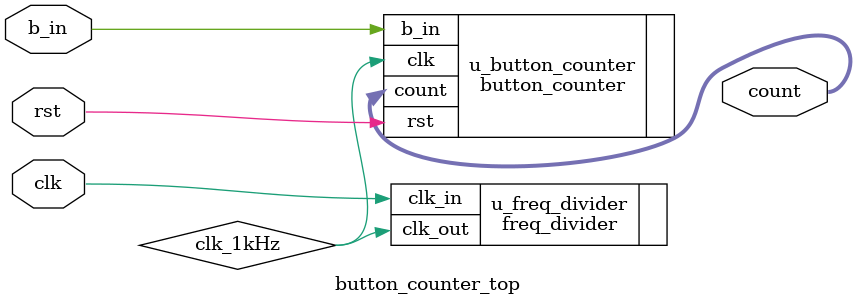
<source format=v>

`include "include/modules.v"

module button_counter_top (
    input clk,
    input rst,
    input b_in,
    output wire [7:0] count
);

// define signals
wire clk_1kHz;

freq_divider #(.DIV(28'd12000)) u_freq_divider (
    .clk_in(clk),
    .clk_out(clk_1kHz)
);

button_counter #(
    .WIDTH(8),         // output [7:0] count
    .STEP(8'd1)
) u_button_counter (
    .clk(clk_1kHz),
    .rst(rst),
    .b_in(b_in),
    .count(count)
);

endmodule
</source>
